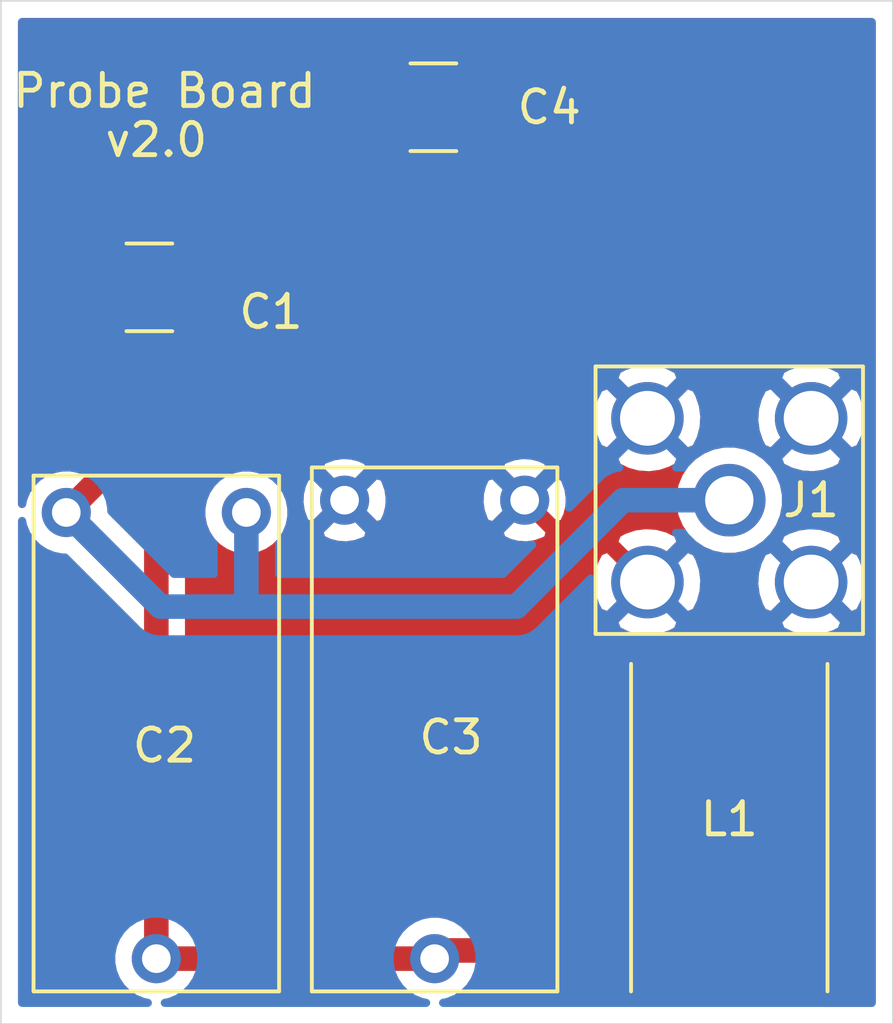
<source format=kicad_pcb>
(kicad_pcb (version 20171130) (host pcbnew "(5.1.7)-1")

  (general
    (thickness 1.6)
    (drawings 6)
    (tracks 18)
    (zones 0)
    (modules 6)
    (nets 4)
  )

  (page A4)
  (layers
    (0 F.Cu signal hide)
    (31 B.Cu signal hide)
    (32 B.Adhes user)
    (33 F.Adhes user)
    (34 B.Paste user)
    (35 F.Paste user)
    (36 B.SilkS user)
    (37 F.SilkS user)
    (38 B.Mask user)
    (39 F.Mask user)
    (40 Dwgs.User user)
    (41 Cmts.User user)
    (42 Eco1.User user)
    (43 Eco2.User user)
    (44 Edge.Cuts user)
    (45 Margin user)
    (46 B.CrtYd user)
    (47 F.CrtYd user)
    (48 B.Fab user)
    (49 F.Fab user)
  )

  (setup
    (last_trace_width 0.762)
    (user_trace_width 0.762)
    (trace_clearance 0.2)
    (zone_clearance 0.508)
    (zone_45_only no)
    (trace_min 0.2)
    (via_size 0.8)
    (via_drill 0.4)
    (via_min_size 0.4)
    (via_min_drill 0.3)
    (uvia_size 0.3)
    (uvia_drill 0.1)
    (uvias_allowed no)
    (uvia_min_size 0.2)
    (uvia_min_drill 0.1)
    (edge_width 0.05)
    (segment_width 0.2)
    (pcb_text_width 0.3)
    (pcb_text_size 1.5 1.5)
    (mod_edge_width 0.12)
    (mod_text_size 1 1)
    (mod_text_width 0.15)
    (pad_size 1.524 1.524)
    (pad_drill 0.889)
    (pad_to_mask_clearance 0)
    (aux_axis_origin 0 0)
    (visible_elements 7FFFFFFF)
    (pcbplotparams
      (layerselection 0x010fc_ffffffff)
      (usegerberextensions false)
      (usegerberattributes true)
      (usegerberadvancedattributes true)
      (creategerberjobfile true)
      (excludeedgelayer true)
      (linewidth 0.100000)
      (plotframeref false)
      (viasonmask false)
      (mode 1)
      (useauxorigin false)
      (hpglpennumber 1)
      (hpglpenspeed 20)
      (hpglpendiameter 15.000000)
      (psnegative false)
      (psa4output false)
      (plotreference true)
      (plotvalue true)
      (plotinvisibletext false)
      (padsonsilk false)
      (subtractmaskfromsilk false)
      (outputformat 1)
      (mirror false)
      (drillshape 1)
      (scaleselection 1)
      (outputdirectory ""))
  )

  (net 0 "")
  (net 1 "Net-(C1-Pad2)")
  (net 2 "Net-(C1-Pad1)")
  (net 3 GND)

  (net_class Default "This is the default net class."
    (clearance 0.2)
    (trace_width 0.25)
    (via_dia 0.8)
    (via_drill 0.4)
    (uvia_dia 0.3)
    (uvia_drill 0.1)
    (add_net GND)
    (add_net "Net-(C1-Pad1)")
    (add_net "Net-(C1-Pad2)")
  )

  (module Capacitor_SMD:C_1210_3225Metric_Pad1.33x2.70mm_HandSolder (layer F.Cu) (tedit 5F68FEEF) (tstamp 5F944294)
    (at 153.7085 92.456 180)
    (descr "Capacitor SMD 1210 (3225 Metric), square (rectangular) end terminal, IPC_7351 nominal with elongated pad for handsoldering. (Body size source: IPC-SM-782 page 76, https://www.pcb-3d.com/wordpress/wp-content/uploads/ipc-sm-782a_amendment_1_and_2.pdf), generated with kicad-footprint-generator")
    (tags "capacitor handsolder")
    (path /5F91F270)
    (attr smd)
    (fp_text reference C1 (at -3.7715 -0.762) (layer F.SilkS)
      (effects (font (size 1 1) (thickness 0.15)))
    )
    (fp_text value C (at 0 2.3) (layer F.Fab)
      (effects (font (size 1 1) (thickness 0.15)))
    )
    (fp_line (start 2.48 1.6) (end -2.48 1.6) (layer F.CrtYd) (width 0.05))
    (fp_line (start 2.48 -1.6) (end 2.48 1.6) (layer F.CrtYd) (width 0.05))
    (fp_line (start -2.48 -1.6) (end 2.48 -1.6) (layer F.CrtYd) (width 0.05))
    (fp_line (start -2.48 1.6) (end -2.48 -1.6) (layer F.CrtYd) (width 0.05))
    (fp_line (start -0.711252 1.36) (end 0.711252 1.36) (layer F.SilkS) (width 0.12))
    (fp_line (start -0.711252 -1.36) (end 0.711252 -1.36) (layer F.SilkS) (width 0.12))
    (fp_line (start 1.6 1.25) (end -1.6 1.25) (layer F.Fab) (width 0.1))
    (fp_line (start 1.6 -1.25) (end 1.6 1.25) (layer F.Fab) (width 0.1))
    (fp_line (start -1.6 -1.25) (end 1.6 -1.25) (layer F.Fab) (width 0.1))
    (fp_line (start -1.6 1.25) (end -1.6 -1.25) (layer F.Fab) (width 0.1))
    (fp_text user %R (at 0 0) (layer F.Fab)
      (effects (font (size 0.8 0.8) (thickness 0.12)))
    )
    (pad 2 smd roundrect (at 1.5625 0 180) (size 1.325 2.7) (layers F.Cu F.Paste F.Mask) (roundrect_rratio 0.188679)
      (net 1 "Net-(C1-Pad2)"))
    (pad 1 smd roundrect (at -1.5625 0 180) (size 1.325 2.7) (layers F.Cu F.Paste F.Mask) (roundrect_rratio 0.188679)
      (net 2 "Net-(C1-Pad1)"))
    (model ${KISYS3DMOD}/Capacitor_SMD.3dshapes/C_1210_3225Metric.wrl
      (at (xyz 0 0 0))
      (scale (xyz 1 1 1))
      (rotate (xyz 0 0 0))
    )
  )

  (module C_Trim_5501:C_Trim_5501 (layer F.Cu) (tedit 5F944924) (tstamp 5F9442A3)
    (at 153.924 106.426)
    (path /5F88DBD1)
    (fp_text reference C2 (at 0.254 0.246) (layer F.SilkS)
      (effects (font (size 1 1) (thickness 0.15)))
    )
    (fp_text value C_Variable (at -0.254 3.81) (layer F.Fab)
      (effects (font (size 1 1) (thickness 0.15)))
    )
    (fp_line (start -4.064 -11.938) (end -4.064 8.128) (layer F.CrtYd) (width 0.12))
    (fp_line (start -4.064 8.128) (end 4.064 8.128) (layer F.CrtYd) (width 0.12))
    (fp_line (start 4.064 8.128) (end 4.064 -11.938) (layer F.CrtYd) (width 0.12))
    (fp_line (start 4.064 -11.938) (end -4.064 -11.938) (layer F.CrtYd) (width 0.12))
    (fp_line (start 3.81 -8.128) (end -3.81 -8.128) (layer F.SilkS) (width 0.12))
    (fp_line (start 3.81 7.874) (end 3.81 -8.128) (layer F.SilkS) (width 0.12))
    (fp_line (start -3.81 7.874) (end 3.81 7.874) (layer F.SilkS) (width 0.12))
    (fp_line (start -3.81 -8.128) (end -3.81 7.874) (layer F.SilkS) (width 0.12))
    (pad 1 thru_hole circle (at 0 6.858) (size 1.524 1.524) (drill 0.889) (layers *.Cu *.Mask)
      (net 2 "Net-(C1-Pad1)"))
    (pad 2 thru_hole circle (at -2.794 -6.985) (size 1.524 1.524) (drill 0.889) (layers *.Cu *.Mask)
      (net 1 "Net-(C1-Pad2)"))
    (pad 3 thru_hole circle (at 2.794 -6.985) (size 1.524 1.524) (drill 0.889) (layers *.Cu *.Mask)
      (net 1 "Net-(C1-Pad2)"))
  )

  (module C_Trim_AP55HV:C_Trim_AP55HV (layer F.Cu) (tedit 5F9448B8) (tstamp 5F9442B2)
    (at 162.56 106.172)
    (path /5F88D25D)
    (fp_text reference C3 (at 0.508 0.246) (layer F.SilkS)
      (effects (font (size 1 1) (thickness 0.15)))
    )
    (fp_text value C_Variable (at 0 4.064) (layer F.Fab)
      (effects (font (size 1 1) (thickness 0.15)))
    )
    (fp_line (start 4.064 8.382) (end -4.064 8.382) (layer F.CrtYd) (width 0.12))
    (fp_line (start 4.064 -17.272) (end 4.064 8.382) (layer F.CrtYd) (width 0.12))
    (fp_line (start -4.064 -17.272) (end 4.064 -17.272) (layer F.CrtYd) (width 0.12))
    (fp_line (start -4.064 8.382) (end -4.064 -17.272) (layer F.CrtYd) (width 0.12))
    (fp_line (start -3.81 8.128) (end -3.81 -8.128) (layer F.SilkS) (width 0.12))
    (fp_line (start 3.81 8.128) (end -3.81 8.128) (layer F.SilkS) (width 0.12))
    (fp_line (start 3.81 -8.128) (end 3.81 8.128) (layer F.SilkS) (width 0.12))
    (fp_line (start -3.81 -8.128) (end 3.81 -8.128) (layer F.SilkS) (width 0.12))
    (pad 2 thru_hole circle (at -2.794 -7.112) (size 1.524 1.524) (drill 0.889) (layers *.Cu *.Mask)
      (net 3 GND))
    (pad 1 thru_hole circle (at 0 7.112) (size 1.524 1.524) (drill 0.889) (layers *.Cu *.Mask)
      (net 2 "Net-(C1-Pad1)"))
    (pad 3 thru_hole circle (at 2.794 -7.112) (size 1.524 1.524) (drill 0.889) (layers *.Cu *.Mask)
      (net 3 GND))
  )

  (module Capacitor_SMD:C_1210_3225Metric_Pad1.33x2.70mm_HandSolder (layer F.Cu) (tedit 5F68FEEF) (tstamp 5F9442C3)
    (at 162.5215 86.868)
    (descr "Capacitor SMD 1210 (3225 Metric), square (rectangular) end terminal, IPC_7351 nominal with elongated pad for handsoldering. (Body size source: IPC-SM-782 page 76, https://www.pcb-3d.com/wordpress/wp-content/uploads/ipc-sm-782a_amendment_1_and_2.pdf), generated with kicad-footprint-generator")
    (tags "capacitor handsolder")
    (path /5F88B6DA)
    (attr smd)
    (fp_text reference C4 (at 3.5945 0) (layer F.SilkS)
      (effects (font (size 1 1) (thickness 0.15)))
    )
    (fp_text value C (at 0 2.3) (layer F.Fab)
      (effects (font (size 1 1) (thickness 0.15)))
    )
    (fp_line (start -1.6 1.25) (end -1.6 -1.25) (layer F.Fab) (width 0.1))
    (fp_line (start -1.6 -1.25) (end 1.6 -1.25) (layer F.Fab) (width 0.1))
    (fp_line (start 1.6 -1.25) (end 1.6 1.25) (layer F.Fab) (width 0.1))
    (fp_line (start 1.6 1.25) (end -1.6 1.25) (layer F.Fab) (width 0.1))
    (fp_line (start -0.711252 -1.36) (end 0.711252 -1.36) (layer F.SilkS) (width 0.12))
    (fp_line (start -0.711252 1.36) (end 0.711252 1.36) (layer F.SilkS) (width 0.12))
    (fp_line (start -2.48 1.6) (end -2.48 -1.6) (layer F.CrtYd) (width 0.05))
    (fp_line (start -2.48 -1.6) (end 2.48 -1.6) (layer F.CrtYd) (width 0.05))
    (fp_line (start 2.48 -1.6) (end 2.48 1.6) (layer F.CrtYd) (width 0.05))
    (fp_line (start 2.48 1.6) (end -2.48 1.6) (layer F.CrtYd) (width 0.05))
    (fp_text user %R (at 0 0) (layer F.Fab)
      (effects (font (size 0.8 0.8) (thickness 0.12)))
    )
    (pad 1 smd roundrect (at -1.5625 0) (size 1.325 2.7) (layers F.Cu F.Paste F.Mask) (roundrect_rratio 0.188679)
      (net 2 "Net-(C1-Pad1)"))
    (pad 2 smd roundrect (at 1.5625 0) (size 1.325 2.7) (layers F.Cu F.Paste F.Mask) (roundrect_rratio 0.188679)
      (net 3 GND))
    (model ${KISYS3DMOD}/Capacitor_SMD.3dshapes/C_1210_3225Metric.wrl
      (at (xyz 0 0 0))
      (scale (xyz 1 1 1))
      (rotate (xyz 0 0 0))
    )
  )

  (module Connector_Coaxial:SMA_Amphenol_132203-12_Horizontal (layer F.Cu) (tedit 5CF42CD6) (tstamp 5F9442F1)
    (at 171.704 99.06)
    (descr https://www.amphenolrf.com/media/downloads/1769/132203-12.pdf)
    (tags "SMA THT Female Jack Horizontal")
    (path /5F895230)
    (fp_text reference J1 (at 2.54 0 180) (layer F.SilkS)
      (effects (font (size 1 1) (thickness 0.15)))
    )
    (fp_text value Conn_Coaxial (at 0 -5.842) (layer F.Fab)
      (effects (font (size 1 1) (thickness 0.15)))
    )
    (fp_line (start -3.175 -18) (end 3.175 -18.706) (layer F.Fab) (width 0.1))
    (fp_line (start -4 -4) (end 4 -4) (layer F.Fab) (width 0.1))
    (fp_line (start -3.9 -5.07) (end -3.9 -4) (layer F.Fab) (width 0.1))
    (fp_line (start 3.9 -5.07) (end -3.9 -5.07) (layer F.Fab) (width 0.1))
    (fp_line (start 3.9 -4) (end 3.9 -5.07) (layer F.Fab) (width 0.1))
    (fp_line (start 3.175 -19.5) (end 3.175 -5.07) (layer F.Fab) (width 0.1))
    (fp_line (start -3.175 -19.5) (end -3.175 -5.07) (layer F.Fab) (width 0.1))
    (fp_line (start -3.175 -19.5) (end 3.175 -19.5) (layer F.Fab) (width 0.1))
    (fp_line (start -4.15 -4.15) (end 4.15 -4.15) (layer F.SilkS) (width 0.12))
    (fp_line (start -4.15 4.15) (end 4.15 4.15) (layer F.SilkS) (width 0.12))
    (fp_line (start 4.15 -4.15) (end 4.15 4.15) (layer F.SilkS) (width 0.12))
    (fp_line (start -4.15 -4.15) (end -4.15 4.15) (layer F.SilkS) (width 0.12))
    (fp_line (start 4 -4) (end 4 4) (layer F.Fab) (width 0.1))
    (fp_line (start -4 4) (end 4 4) (layer F.Fab) (width 0.1))
    (fp_line (start -4 -4) (end -4 4) (layer F.Fab) (width 0.1))
    (fp_line (start -4.5 -20) (end 4.5 -20) (layer F.CrtYd) (width 0.05))
    (fp_line (start -4.5 -20) (end -4.5 4.5) (layer F.CrtYd) (width 0.05))
    (fp_line (start 4.5 4.5) (end 4.5 -20) (layer F.CrtYd) (width 0.05))
    (fp_line (start 4.5 4.5) (end -4.5 4.5) (layer F.CrtYd) (width 0.05))
    (fp_line (start -3.175 -17.294) (end 3.175 -18) (layer F.Fab) (width 0.1))
    (fp_line (start -3.175 -16.588) (end 3.175 -17.294) (layer F.Fab) (width 0.1))
    (fp_line (start -3.175 -15.882) (end 3.175 -16.588) (layer F.Fab) (width 0.1))
    (fp_line (start -3.175 -15.176) (end 3.175 -15.882) (layer F.Fab) (width 0.1))
    (fp_line (start -3.175 -14.47) (end 3.175 -15.176) (layer F.Fab) (width 0.1))
    (fp_line (start -3.175 -13.764) (end 3.175 -14.47) (layer F.Fab) (width 0.1))
    (fp_line (start -3.175 -13.058) (end 3.175 -13.764) (layer F.Fab) (width 0.1))
    (fp_line (start -3.175 -12.352) (end 3.175 -13.058) (layer F.Fab) (width 0.1))
    (fp_line (start -3.175 -11.646) (end 3.175 -12.352) (layer F.Fab) (width 0.1))
    (fp_line (start -3.175 -10.94) (end 3.175 -11.646) (layer F.Fab) (width 0.1))
    (fp_line (start -3.175 -10.234) (end 3.175 -10.94) (layer F.Fab) (width 0.1))
    (fp_line (start -3.175 -9.528) (end 3.175 -10.234) (layer F.Fab) (width 0.1))
    (fp_line (start -3.175 -8.822) (end 3.175 -9.528) (layer F.Fab) (width 0.1))
    (fp_line (start -3.175 -8.116) (end 3.175 -8.822) (layer F.Fab) (width 0.1))
    (fp_line (start -3.175 -7.41) (end 3.175 -8.116) (layer F.Fab) (width 0.1))
    (fp_line (start -3.175 -6.704) (end 3.175 -7.41) (layer F.Fab) (width 0.1))
    (fp_line (start -3.175 -5.998) (end 3.175 -6.704) (layer F.Fab) (width 0.1))
    (fp_text user %R (at 0 0) (layer F.Fab)
      (effects (font (size 1 1) (thickness 0.15)))
    )
    (pad 2 thru_hole circle (at -2.54 2.54) (size 2.25 2.25) (drill 1.7) (layers *.Cu *.Mask)
      (net 3 GND))
    (pad 2 thru_hole circle (at -2.54 -2.54) (size 2.25 2.25) (drill 1.7) (layers *.Cu *.Mask)
      (net 3 GND))
    (pad 2 thru_hole circle (at 2.54 -2.54) (size 2.25 2.25) (drill 1.7) (layers *.Cu *.Mask)
      (net 3 GND))
    (pad 2 thru_hole circle (at 2.54 2.54 90) (size 2.25 2.25) (drill 1.7) (layers *.Cu *.Mask)
      (net 3 GND))
    (pad 1 thru_hole circle (at 0 0) (size 2.25 2.25) (drill 1.5) (layers *.Cu *.Mask)
      (net 1 "Net-(C1-Pad2)"))
    (model ${KISYS3DMOD}/Connector_Coaxial.3dshapes/SMA_Amphenol_132203-12_Horizontal.wrl
      (at (xyz 0 0 0))
      (scale (xyz 1 1 1))
      (rotate (xyz 0 0 0))
    )
  )

  (module L_Coil:L_Coil (layer F.Cu) (tedit 5F91D81B) (tstamp 5F9442FD)
    (at 171.704 112.014)
    (path /5F88A2B3)
    (fp_text reference L1 (at 0 -3.056) (layer F.SilkS)
      (effects (font (size 1 1) (thickness 0.15)))
    )
    (fp_text value L (at -0.254 -1.27) (layer F.Fab)
      (effects (font (size 1 1) (thickness 0.15)))
    )
    (fp_line (start 3.302 2.54) (end -3.302 2.54) (layer F.CrtYd) (width 0.12))
    (fp_line (start -3.302 2.54) (end -3.302 -8.128) (layer F.CrtYd) (width 0.12))
    (fp_line (start -3.302 -8.128) (end 3.302 -8.128) (layer F.CrtYd) (width 0.12))
    (fp_line (start 3.302 -8.128) (end 3.302 2.54) (layer F.CrtYd) (width 0.12))
    (fp_line (start 3.048 -7.874) (end 3.048 2.286) (layer F.SilkS) (width 0.12))
    (fp_line (start -3.048 -7.874) (end -3.048 2.286) (layer F.SilkS) (width 0.12))
    (pad 2 smd rect (at 0 -6.604) (size 5.08 2.286) (layers F.Cu F.Paste F.Mask)
      (net 3 GND))
    (pad 1 smd rect (at 0 1.016) (size 5.08 2.286) (layers F.Cu F.Paste F.Mask)
      (net 2 "Net-(C1-Pad1)"))
  )

  (gr_text v2.0 (at 153.924 87.884) (layer F.SilkS)
    (effects (font (size 1 1) (thickness 0.15)))
  )
  (gr_text "Probe Board" (at 154.178 86.36) (layer F.SilkS)
    (effects (font (size 1 1) (thickness 0.15)))
  )
  (gr_line (start 176.784 83.566) (end 149.098 83.566) (layer Edge.Cuts) (width 0.05))
  (gr_line (start 149.098 115.316) (end 149.098 83.566) (layer Edge.Cuts) (width 0.05))
  (gr_line (start 176.784 83.566) (end 176.784 115.316) (layer Edge.Cuts) (width 0.05))
  (gr_line (start 149.098 115.316) (end 176.784 115.316) (layer Edge.Cuts) (width 0.05))

  (segment (start 152.146 98.425) (end 151.13 99.441) (width 0.762) (layer F.Cu) (net 1))
  (segment (start 152.146 92.456) (end 152.146 98.425) (width 0.762) (layer F.Cu) (net 1))
  (segment (start 171.704 99.06) (end 168.402 99.06) (width 0.762) (layer B.Cu) (net 1))
  (segment (start 168.402 99.06) (end 165.1 102.362) (width 0.762) (layer B.Cu) (net 1))
  (segment (start 154.051 102.362) (end 151.13 99.441) (width 0.762) (layer B.Cu) (net 1))
  (segment (start 156.718 102.108) (end 156.464 102.362) (width 0.762) (layer B.Cu) (net 1))
  (segment (start 156.718 99.441) (end 156.718 102.108) (width 0.762) (layer B.Cu) (net 1))
  (segment (start 156.464 102.362) (end 154.051 102.362) (width 0.762) (layer B.Cu) (net 1))
  (segment (start 165.1 102.362) (end 156.464 102.362) (width 0.762) (layer B.Cu) (net 1))
  (segment (start 162.814 113.03) (end 162.56 113.284) (width 0.762) (layer F.Cu) (net 2))
  (segment (start 171.704 113.03) (end 162.814 113.03) (width 0.762) (layer F.Cu) (net 2))
  (segment (start 162.56 113.284) (end 153.924 113.284) (width 0.762) (layer F.Cu) (net 2))
  (segment (start 155.371 92.456) (end 155.271 92.456) (width 0.762) (layer F.Cu) (net 2))
  (segment (start 160.959 86.868) (end 155.371 92.456) (width 0.762) (layer F.Cu) (net 2))
  (segment (start 153.924 113.538) (end 153.924 113.284) (width 0.762) (layer B.Cu) (net 2))
  (segment (start 155.271 95.681) (end 155.271 92.456) (width 0.762) (layer F.Cu) (net 2))
  (segment (start 153.924 97.028) (end 155.271 95.681) (width 0.762) (layer F.Cu) (net 2))
  (segment (start 153.924 113.284) (end 153.924 97.028) (width 0.762) (layer F.Cu) (net 2))

  (zone (net 3) (net_name GND) (layer F.Cu) (tstamp 5F944B99) (hatch edge 0.508)
    (connect_pads (clearance 0.508))
    (min_thickness 0.254)
    (fill yes (arc_segments 32) (thermal_gap 0.508) (thermal_bridge_width 0.508))
    (polygon
      (pts
        (xy 176.53 115.062) (xy 149.352 115.062) (xy 149.352 83.82) (xy 176.53 83.82)
      )
    )
    (filled_polygon
      (pts
        (xy 176.124001 114.656) (xy 174.656418 114.656) (xy 174.695185 114.624185) (xy 174.774537 114.527494) (xy 174.833502 114.41718)
        (xy 174.869812 114.297482) (xy 174.882072 114.173) (xy 174.882072 111.887) (xy 174.869812 111.762518) (xy 174.833502 111.64282)
        (xy 174.774537 111.532506) (xy 174.695185 111.435815) (xy 174.598494 111.356463) (xy 174.48818 111.297498) (xy 174.368482 111.261188)
        (xy 174.244 111.248928) (xy 169.164 111.248928) (xy 169.039518 111.261188) (xy 168.91982 111.297498) (xy 168.809506 111.356463)
        (xy 168.712815 111.435815) (xy 168.633463 111.532506) (xy 168.574498 111.64282) (xy 168.538188 111.762518) (xy 168.525928 111.887)
        (xy 168.525928 112.014) (xy 163.144485 112.014) (xy 162.96749 111.940686) (xy 162.697592 111.887) (xy 162.422408 111.887)
        (xy 162.15251 111.940686) (xy 161.898273 112.045995) (xy 161.669465 112.19888) (xy 161.600345 112.268) (xy 154.94 112.268)
        (xy 154.94 106.553) (xy 168.525928 106.553) (xy 168.538188 106.677482) (xy 168.574498 106.79718) (xy 168.633463 106.907494)
        (xy 168.712815 107.004185) (xy 168.809506 107.083537) (xy 168.91982 107.142502) (xy 169.039518 107.178812) (xy 169.164 107.191072)
        (xy 171.41825 107.188) (xy 171.577 107.02925) (xy 171.577 105.537) (xy 171.831 105.537) (xy 171.831 107.02925)
        (xy 171.98975 107.188) (xy 174.244 107.191072) (xy 174.368482 107.178812) (xy 174.48818 107.142502) (xy 174.598494 107.083537)
        (xy 174.695185 107.004185) (xy 174.774537 106.907494) (xy 174.833502 106.79718) (xy 174.869812 106.677482) (xy 174.882072 106.553)
        (xy 174.879 105.69575) (xy 174.72025 105.537) (xy 171.831 105.537) (xy 171.577 105.537) (xy 168.68775 105.537)
        (xy 168.529 105.69575) (xy 168.525928 106.553) (xy 154.94 106.553) (xy 154.94 104.267) (xy 168.525928 104.267)
        (xy 168.529 105.12425) (xy 168.68775 105.283) (xy 171.577 105.283) (xy 171.577 103.79075) (xy 171.831 103.79075)
        (xy 171.831 105.283) (xy 174.72025 105.283) (xy 174.879 105.12425) (xy 174.882072 104.267) (xy 174.869812 104.142518)
        (xy 174.833502 104.02282) (xy 174.774537 103.912506) (xy 174.695185 103.815815) (xy 174.598494 103.736463) (xy 174.48818 103.677498)
        (xy 174.368482 103.641188) (xy 174.244 103.628928) (xy 171.98975 103.632) (xy 171.831 103.79075) (xy 171.577 103.79075)
        (xy 171.41825 103.632) (xy 169.164 103.628928) (xy 169.039518 103.641188) (xy 168.91982 103.677498) (xy 168.809506 103.736463)
        (xy 168.712815 103.815815) (xy 168.633463 103.912506) (xy 168.574498 104.02282) (xy 168.538188 104.142518) (xy 168.525928 104.267)
        (xy 154.94 104.267) (xy 154.94 102.824531) (xy 168.119074 102.824531) (xy 168.229921 103.101714) (xy 168.54084 103.255089)
        (xy 168.875705 103.34486) (xy 169.22165 103.367576) (xy 169.56538 103.322366) (xy 169.893685 103.210966) (xy 170.098079 103.101714)
        (xy 170.208926 102.824531) (xy 173.199074 102.824531) (xy 173.309921 103.101714) (xy 173.62084 103.255089) (xy 173.955705 103.34486)
        (xy 174.30165 103.367576) (xy 174.64538 103.322366) (xy 174.973685 103.210966) (xy 175.178079 103.101714) (xy 175.288926 102.824531)
        (xy 174.244 101.779605) (xy 173.199074 102.824531) (xy 170.208926 102.824531) (xy 169.164 101.779605) (xy 168.119074 102.824531)
        (xy 154.94 102.824531) (xy 154.94 101.65765) (xy 167.396424 101.65765) (xy 167.441634 102.00138) (xy 167.553034 102.329685)
        (xy 167.662286 102.534079) (xy 167.939469 102.644926) (xy 168.984395 101.6) (xy 169.343605 101.6) (xy 170.388531 102.644926)
        (xy 170.665714 102.534079) (xy 170.819089 102.22316) (xy 170.90886 101.888295) (xy 170.924004 101.65765) (xy 172.476424 101.65765)
        (xy 172.521634 102.00138) (xy 172.633034 102.329685) (xy 172.742286 102.534079) (xy 173.019469 102.644926) (xy 174.064395 101.6)
        (xy 174.423605 101.6) (xy 175.468531 102.644926) (xy 175.745714 102.534079) (xy 175.899089 102.22316) (xy 175.98886 101.888295)
        (xy 176.011576 101.54235) (xy 175.966366 101.19862) (xy 175.854966 100.870315) (xy 175.745714 100.665921) (xy 175.468531 100.555074)
        (xy 174.423605 101.6) (xy 174.064395 101.6) (xy 173.019469 100.555074) (xy 172.742286 100.665921) (xy 172.588911 100.97684)
        (xy 172.49914 101.311705) (xy 172.476424 101.65765) (xy 170.924004 101.65765) (xy 170.931576 101.54235) (xy 170.886366 101.19862)
        (xy 170.774966 100.870315) (xy 170.665714 100.665921) (xy 170.388531 100.555074) (xy 169.343605 101.6) (xy 168.984395 101.6)
        (xy 167.939469 100.555074) (xy 167.662286 100.665921) (xy 167.508911 100.97684) (xy 167.41914 101.311705) (xy 167.396424 101.65765)
        (xy 154.94 101.65765) (xy 154.94 99.303408) (xy 155.321 99.303408) (xy 155.321 99.578592) (xy 155.374686 99.84849)
        (xy 155.479995 100.102727) (xy 155.63288 100.331535) (xy 155.827465 100.52612) (xy 156.056273 100.679005) (xy 156.31051 100.784314)
        (xy 156.580408 100.838) (xy 156.855592 100.838) (xy 157.12549 100.784314) (xy 157.379727 100.679005) (xy 157.608535 100.52612)
        (xy 157.80312 100.331535) (xy 157.956005 100.102727) (xy 157.987966 100.025565) (xy 158.98004 100.025565) (xy 159.04702 100.265656)
        (xy 159.296048 100.382756) (xy 159.563135 100.449023) (xy 159.838017 100.46191) (xy 160.110133 100.420922) (xy 160.369023 100.327636)
        (xy 160.48498 100.265656) (xy 160.55196 100.025565) (xy 164.56804 100.025565) (xy 164.63502 100.265656) (xy 164.884048 100.382756)
        (xy 165.151135 100.449023) (xy 165.426017 100.46191) (xy 165.698133 100.420922) (xy 165.824275 100.375469) (xy 168.119074 100.375469)
        (xy 169.164 101.420395) (xy 170.208926 100.375469) (xy 170.098079 100.098286) (xy 169.78716 99.944911) (xy 169.452295 99.85514)
        (xy 169.10635 99.832424) (xy 168.76262 99.877634) (xy 168.434315 99.989034) (xy 168.229921 100.098286) (xy 168.119074 100.375469)
        (xy 165.824275 100.375469) (xy 165.957023 100.327636) (xy 166.07298 100.265656) (xy 166.13996 100.025565) (xy 165.354 99.239605)
        (xy 164.56804 100.025565) (xy 160.55196 100.025565) (xy 159.766 99.239605) (xy 158.98004 100.025565) (xy 157.987966 100.025565)
        (xy 158.061314 99.84849) (xy 158.115 99.578592) (xy 158.115 99.303408) (xy 158.080909 99.132017) (xy 158.36409 99.132017)
        (xy 158.405078 99.404133) (xy 158.498364 99.663023) (xy 158.560344 99.77898) (xy 158.800435 99.84596) (xy 159.586395 99.06)
        (xy 159.945605 99.06) (xy 160.731565 99.84596) (xy 160.971656 99.77898) (xy 161.088756 99.529952) (xy 161.155023 99.262865)
        (xy 161.161157 99.132017) (xy 163.95209 99.132017) (xy 163.993078 99.404133) (xy 164.086364 99.663023) (xy 164.148344 99.77898)
        (xy 164.388435 99.84596) (xy 165.174395 99.06) (xy 165.533605 99.06) (xy 166.319565 99.84596) (xy 166.559656 99.77898)
        (xy 166.676756 99.529952) (xy 166.743023 99.262865) (xy 166.75591 98.987983) (xy 166.740648 98.886655) (xy 169.944 98.886655)
        (xy 169.944 99.233345) (xy 170.011636 99.573373) (xy 170.144308 99.893673) (xy 170.336919 100.181935) (xy 170.582065 100.427081)
        (xy 170.870327 100.619692) (xy 171.190627 100.752364) (xy 171.530655 100.82) (xy 171.877345 100.82) (xy 172.217373 100.752364)
        (xy 172.537673 100.619692) (xy 172.825935 100.427081) (xy 172.877547 100.375469) (xy 173.199074 100.375469) (xy 174.244 101.420395)
        (xy 175.288926 100.375469) (xy 175.178079 100.098286) (xy 174.86716 99.944911) (xy 174.532295 99.85514) (xy 174.18635 99.832424)
        (xy 173.84262 99.877634) (xy 173.514315 99.989034) (xy 173.309921 100.098286) (xy 173.199074 100.375469) (xy 172.877547 100.375469)
        (xy 173.071081 100.181935) (xy 173.263692 99.893673) (xy 173.396364 99.573373) (xy 173.464 99.233345) (xy 173.464 98.886655)
        (xy 173.396364 98.546627) (xy 173.263692 98.226327) (xy 173.071081 97.938065) (xy 172.877547 97.744531) (xy 173.199074 97.744531)
        (xy 173.309921 98.021714) (xy 173.62084 98.175089) (xy 173.955705 98.26486) (xy 174.30165 98.287576) (xy 174.64538 98.242366)
        (xy 174.973685 98.130966) (xy 175.178079 98.021714) (xy 175.288926 97.744531) (xy 174.244 96.699605) (xy 173.199074 97.744531)
        (xy 172.877547 97.744531) (xy 172.825935 97.692919) (xy 172.537673 97.500308) (xy 172.217373 97.367636) (xy 171.877345 97.3)
        (xy 171.530655 97.3) (xy 171.190627 97.367636) (xy 170.870327 97.500308) (xy 170.582065 97.692919) (xy 170.336919 97.938065)
        (xy 170.144308 98.226327) (xy 170.011636 98.546627) (xy 169.944 98.886655) (xy 166.740648 98.886655) (xy 166.714922 98.715867)
        (xy 166.621636 98.456977) (xy 166.559656 98.34102) (xy 166.319565 98.27404) (xy 165.533605 99.06) (xy 165.174395 99.06)
        (xy 164.388435 98.27404) (xy 164.148344 98.34102) (xy 164.031244 98.590048) (xy 163.964977 98.857135) (xy 163.95209 99.132017)
        (xy 161.161157 99.132017) (xy 161.16791 98.987983) (xy 161.126922 98.715867) (xy 161.033636 98.456977) (xy 160.971656 98.34102)
        (xy 160.731565 98.27404) (xy 159.945605 99.06) (xy 159.586395 99.06) (xy 158.800435 98.27404) (xy 158.560344 98.34102)
        (xy 158.443244 98.590048) (xy 158.376977 98.857135) (xy 158.36409 99.132017) (xy 158.080909 99.132017) (xy 158.061314 99.03351)
        (xy 157.956005 98.779273) (xy 157.80312 98.550465) (xy 157.608535 98.35588) (xy 157.379727 98.202995) (xy 157.12549 98.097686)
        (xy 157.109147 98.094435) (xy 158.98004 98.094435) (xy 159.766 98.880395) (xy 160.55196 98.094435) (xy 164.56804 98.094435)
        (xy 165.354 98.880395) (xy 166.13996 98.094435) (xy 166.07298 97.854344) (xy 165.839449 97.744531) (xy 168.119074 97.744531)
        (xy 168.229921 98.021714) (xy 168.54084 98.175089) (xy 168.875705 98.26486) (xy 169.22165 98.287576) (xy 169.56538 98.242366)
        (xy 169.893685 98.130966) (xy 170.098079 98.021714) (xy 170.208926 97.744531) (xy 169.164 96.699605) (xy 168.119074 97.744531)
        (xy 165.839449 97.744531) (xy 165.823952 97.737244) (xy 165.556865 97.670977) (xy 165.281983 97.65809) (xy 165.009867 97.699078)
        (xy 164.750977 97.792364) (xy 164.63502 97.854344) (xy 164.56804 98.094435) (xy 160.55196 98.094435) (xy 160.48498 97.854344)
        (xy 160.235952 97.737244) (xy 159.968865 97.670977) (xy 159.693983 97.65809) (xy 159.421867 97.699078) (xy 159.162977 97.792364)
        (xy 159.04702 97.854344) (xy 158.98004 98.094435) (xy 157.109147 98.094435) (xy 156.855592 98.044) (xy 156.580408 98.044)
        (xy 156.31051 98.097686) (xy 156.056273 98.202995) (xy 155.827465 98.35588) (xy 155.63288 98.550465) (xy 155.479995 98.779273)
        (xy 155.374686 99.03351) (xy 155.321 99.303408) (xy 154.94 99.303408) (xy 154.94 97.44884) (xy 155.81119 96.57765)
        (xy 167.396424 96.57765) (xy 167.441634 96.92138) (xy 167.553034 97.249685) (xy 167.662286 97.454079) (xy 167.939469 97.564926)
        (xy 168.984395 96.52) (xy 169.343605 96.52) (xy 170.388531 97.564926) (xy 170.665714 97.454079) (xy 170.819089 97.14316)
        (xy 170.90886 96.808295) (xy 170.924004 96.57765) (xy 172.476424 96.57765) (xy 172.521634 96.92138) (xy 172.633034 97.249685)
        (xy 172.742286 97.454079) (xy 173.019469 97.564926) (xy 174.064395 96.52) (xy 174.423605 96.52) (xy 175.468531 97.564926)
        (xy 175.745714 97.454079) (xy 175.899089 97.14316) (xy 175.98886 96.808295) (xy 176.011576 96.46235) (xy 175.966366 96.11862)
        (xy 175.854966 95.790315) (xy 175.745714 95.585921) (xy 175.468531 95.475074) (xy 174.423605 96.52) (xy 174.064395 96.52)
        (xy 173.019469 95.475074) (xy 172.742286 95.585921) (xy 172.588911 95.89684) (xy 172.49914 96.231705) (xy 172.476424 96.57765)
        (xy 170.924004 96.57765) (xy 170.931576 96.46235) (xy 170.886366 96.11862) (xy 170.774966 95.790315) (xy 170.665714 95.585921)
        (xy 170.388531 95.475074) (xy 169.343605 96.52) (xy 168.984395 96.52) (xy 167.939469 95.475074) (xy 167.662286 95.585921)
        (xy 167.508911 95.89684) (xy 167.41914 96.231705) (xy 167.396424 96.57765) (xy 155.81119 96.57765) (xy 155.954133 96.434708)
        (xy 155.992896 96.402896) (xy 156.11986 96.24819) (xy 156.214202 96.071687) (xy 156.272298 95.880171) (xy 156.287 95.730902)
        (xy 156.287 95.730901) (xy 156.291915 95.681) (xy 156.287 95.631098) (xy 156.287 95.295469) (xy 168.119074 95.295469)
        (xy 169.164 96.340395) (xy 170.208926 95.295469) (xy 173.199074 95.295469) (xy 174.244 96.340395) (xy 175.288926 95.295469)
        (xy 175.178079 95.018286) (xy 174.86716 94.864911) (xy 174.532295 94.77514) (xy 174.18635 94.752424) (xy 173.84262 94.797634)
        (xy 173.514315 94.909034) (xy 173.309921 95.018286) (xy 173.199074 95.295469) (xy 170.208926 95.295469) (xy 170.098079 95.018286)
        (xy 169.78716 94.864911) (xy 169.452295 94.77514) (xy 169.10635 94.752424) (xy 168.76262 94.797634) (xy 168.434315 94.909034)
        (xy 168.229921 95.018286) (xy 168.119074 95.295469) (xy 156.287 95.295469) (xy 156.287 94.204037) (xy 156.311462 94.183962)
        (xy 156.421905 94.049387) (xy 156.503972 93.895851) (xy 156.554508 93.729255) (xy 156.571572 93.556001) (xy 156.571572 92.692268)
        (xy 160.420207 88.843633) (xy 160.546499 88.856072) (xy 161.371501 88.856072) (xy 161.544755 88.839008) (xy 161.711351 88.788472)
        (xy 161.864887 88.706405) (xy 161.999462 88.595962) (xy 162.109905 88.461387) (xy 162.191972 88.307851) (xy 162.219227 88.218)
        (xy 162.783428 88.218) (xy 162.795688 88.342482) (xy 162.831998 88.46218) (xy 162.890963 88.572494) (xy 162.970315 88.669185)
        (xy 163.067006 88.748537) (xy 163.17732 88.807502) (xy 163.297018 88.843812) (xy 163.4215 88.856072) (xy 163.79825 88.853)
        (xy 163.957 88.69425) (xy 163.957 86.995) (xy 164.211 86.995) (xy 164.211 88.69425) (xy 164.36975 88.853)
        (xy 164.7465 88.856072) (xy 164.870982 88.843812) (xy 164.99068 88.807502) (xy 165.100994 88.748537) (xy 165.197685 88.669185)
        (xy 165.277037 88.572494) (xy 165.336002 88.46218) (xy 165.372312 88.342482) (xy 165.384572 88.218) (xy 165.3815 87.15375)
        (xy 165.22275 86.995) (xy 164.211 86.995) (xy 163.957 86.995) (xy 162.94525 86.995) (xy 162.7865 87.15375)
        (xy 162.783428 88.218) (xy 162.219227 88.218) (xy 162.242508 88.141255) (xy 162.259572 87.968001) (xy 162.259572 85.767999)
        (xy 162.242508 85.594745) (xy 162.219228 85.518) (xy 162.783428 85.518) (xy 162.7865 86.58225) (xy 162.94525 86.741)
        (xy 163.957 86.741) (xy 163.957 85.04175) (xy 164.211 85.04175) (xy 164.211 86.741) (xy 165.22275 86.741)
        (xy 165.3815 86.58225) (xy 165.384572 85.518) (xy 165.372312 85.393518) (xy 165.336002 85.27382) (xy 165.277037 85.163506)
        (xy 165.197685 85.066815) (xy 165.100994 84.987463) (xy 164.99068 84.928498) (xy 164.870982 84.892188) (xy 164.7465 84.879928)
        (xy 164.36975 84.883) (xy 164.211 85.04175) (xy 163.957 85.04175) (xy 163.79825 84.883) (xy 163.4215 84.879928)
        (xy 163.297018 84.892188) (xy 163.17732 84.928498) (xy 163.067006 84.987463) (xy 162.970315 85.066815) (xy 162.890963 85.163506)
        (xy 162.831998 85.27382) (xy 162.795688 85.393518) (xy 162.783428 85.518) (xy 162.219228 85.518) (xy 162.191972 85.428149)
        (xy 162.109905 85.274613) (xy 161.999462 85.140038) (xy 161.864887 85.029595) (xy 161.711351 84.947528) (xy 161.544755 84.896992)
        (xy 161.371501 84.879928) (xy 160.546499 84.879928) (xy 160.373245 84.896992) (xy 160.206649 84.947528) (xy 160.053113 85.029595)
        (xy 159.918538 85.140038) (xy 159.808095 85.274613) (xy 159.726028 85.428149) (xy 159.675492 85.594745) (xy 159.658428 85.767999)
        (xy 159.658428 86.731731) (xy 155.8939 90.49626) (xy 155.856755 90.484992) (xy 155.683501 90.467928) (xy 154.858499 90.467928)
        (xy 154.685245 90.484992) (xy 154.518649 90.535528) (xy 154.365113 90.617595) (xy 154.230538 90.728038) (xy 154.120095 90.862613)
        (xy 154.038028 91.016149) (xy 153.987492 91.182745) (xy 153.970428 91.355999) (xy 153.970428 93.556001) (xy 153.987492 93.729255)
        (xy 154.038028 93.895851) (xy 154.120095 94.049387) (xy 154.230538 94.183962) (xy 154.255 94.204038) (xy 154.255 95.260159)
        (xy 153.240868 96.274292) (xy 153.202105 96.306104) (xy 153.162 96.354972) (xy 153.162 94.204037) (xy 153.186462 94.183962)
        (xy 153.296905 94.049387) (xy 153.378972 93.895851) (xy 153.429508 93.729255) (xy 153.446572 93.556001) (xy 153.446572 91.355999)
        (xy 153.429508 91.182745) (xy 153.378972 91.016149) (xy 153.296905 90.862613) (xy 153.186462 90.728038) (xy 153.051887 90.617595)
        (xy 152.898351 90.535528) (xy 152.731755 90.484992) (xy 152.558501 90.467928) (xy 151.733499 90.467928) (xy 151.560245 90.484992)
        (xy 151.393649 90.535528) (xy 151.240113 90.617595) (xy 151.105538 90.728038) (xy 150.995095 90.862613) (xy 150.913028 91.016149)
        (xy 150.862492 91.182745) (xy 150.845428 91.355999) (xy 150.845428 93.556001) (xy 150.862492 93.729255) (xy 150.913028 93.895851)
        (xy 150.995095 94.049387) (xy 151.105538 94.183962) (xy 151.13 94.204038) (xy 151.130001 98.004158) (xy 151.090159 98.044)
        (xy 150.992408 98.044) (xy 150.72251 98.097686) (xy 150.468273 98.202995) (xy 150.239465 98.35588) (xy 150.04488 98.550465)
        (xy 149.891995 98.779273) (xy 149.786686 99.03351) (xy 149.758 99.177724) (xy 149.758 84.226) (xy 176.124 84.226)
      )
    )
  )
  (zone (net 3) (net_name GND) (layer B.Cu) (tstamp 5F944B96) (hatch edge 0.508)
    (connect_pads (clearance 0.508))
    (min_thickness 0.254)
    (fill yes (arc_segments 32) (thermal_gap 0.508) (thermal_bridge_width 0.508))
    (polygon
      (pts
        (xy 176.53 115.062) (xy 149.352 115.062) (xy 149.352 83.82) (xy 176.53 83.82)
      )
    )
    (filled_polygon
      (pts
        (xy 176.124001 114.656) (xy 162.823276 114.656) (xy 162.96749 114.627314) (xy 163.221727 114.522005) (xy 163.450535 114.36912)
        (xy 163.64512 114.174535) (xy 163.798005 113.945727) (xy 163.903314 113.69149) (xy 163.957 113.421592) (xy 163.957 113.146408)
        (xy 163.903314 112.87651) (xy 163.798005 112.622273) (xy 163.64512 112.393465) (xy 163.450535 112.19888) (xy 163.221727 112.045995)
        (xy 162.96749 111.940686) (xy 162.697592 111.887) (xy 162.422408 111.887) (xy 162.15251 111.940686) (xy 161.898273 112.045995)
        (xy 161.669465 112.19888) (xy 161.47488 112.393465) (xy 161.321995 112.622273) (xy 161.216686 112.87651) (xy 161.163 113.146408)
        (xy 161.163 113.421592) (xy 161.216686 113.69149) (xy 161.321995 113.945727) (xy 161.47488 114.174535) (xy 161.669465 114.36912)
        (xy 161.898273 114.522005) (xy 162.15251 114.627314) (xy 162.296724 114.656) (xy 154.187276 114.656) (xy 154.33149 114.627314)
        (xy 154.585727 114.522005) (xy 154.814535 114.36912) (xy 155.00912 114.174535) (xy 155.162005 113.945727) (xy 155.267314 113.69149)
        (xy 155.321 113.421592) (xy 155.321 113.146408) (xy 155.267314 112.87651) (xy 155.162005 112.622273) (xy 155.00912 112.393465)
        (xy 154.814535 112.19888) (xy 154.585727 112.045995) (xy 154.33149 111.940686) (xy 154.061592 111.887) (xy 153.786408 111.887)
        (xy 153.51651 111.940686) (xy 153.262273 112.045995) (xy 153.033465 112.19888) (xy 152.83888 112.393465) (xy 152.685995 112.622273)
        (xy 152.580686 112.87651) (xy 152.527 113.146408) (xy 152.527 113.421592) (xy 152.580686 113.69149) (xy 152.685995 113.945727)
        (xy 152.83888 114.174535) (xy 153.033465 114.36912) (xy 153.262273 114.522005) (xy 153.51651 114.627314) (xy 153.660724 114.656)
        (xy 149.758 114.656) (xy 149.758 99.704276) (xy 149.786686 99.84849) (xy 149.891995 100.102727) (xy 150.04488 100.331535)
        (xy 150.239465 100.52612) (xy 150.468273 100.679005) (xy 150.72251 100.784314) (xy 150.992408 100.838) (xy 151.09016 100.838)
        (xy 153.297292 103.045133) (xy 153.329104 103.083896) (xy 153.48381 103.21086) (xy 153.660311 103.305201) (xy 153.660313 103.305202)
        (xy 153.851829 103.363298) (xy 154.051 103.382915) (xy 154.100902 103.378) (xy 156.414098 103.378) (xy 156.464 103.382915)
        (xy 156.513902 103.378) (xy 165.050098 103.378) (xy 165.1 103.382915) (xy 165.149902 103.378) (xy 165.299171 103.363298)
        (xy 165.490687 103.305202) (xy 165.66719 103.21086) (xy 165.821896 103.083896) (xy 165.853712 103.045128) (xy 166.074309 102.824531)
        (xy 168.119074 102.824531) (xy 168.229921 103.101714) (xy 168.54084 103.255089) (xy 168.875705 103.34486) (xy 169.22165 103.367576)
        (xy 169.56538 103.322366) (xy 169.893685 103.210966) (xy 170.098079 103.101714) (xy 170.208926 102.824531) (xy 173.199074 102.824531)
        (xy 173.309921 103.101714) (xy 173.62084 103.255089) (xy 173.955705 103.34486) (xy 174.30165 103.367576) (xy 174.64538 103.322366)
        (xy 174.973685 103.210966) (xy 175.178079 103.101714) (xy 175.288926 102.824531) (xy 174.244 101.779605) (xy 173.199074 102.824531)
        (xy 170.208926 102.824531) (xy 169.164 101.779605) (xy 168.119074 102.824531) (xy 166.074309 102.824531) (xy 167.407334 101.491507)
        (xy 167.396424 101.65765) (xy 167.441634 102.00138) (xy 167.553034 102.329685) (xy 167.662286 102.534079) (xy 167.939469 102.644926)
        (xy 168.984395 101.6) (xy 169.343605 101.6) (xy 170.388531 102.644926) (xy 170.665714 102.534079) (xy 170.819089 102.22316)
        (xy 170.90886 101.888295) (xy 170.924004 101.65765) (xy 172.476424 101.65765) (xy 172.521634 102.00138) (xy 172.633034 102.329685)
        (xy 172.742286 102.534079) (xy 173.019469 102.644926) (xy 174.064395 101.6) (xy 174.423605 101.6) (xy 175.468531 102.644926)
        (xy 175.745714 102.534079) (xy 175.899089 102.22316) (xy 175.98886 101.888295) (xy 176.011576 101.54235) (xy 175.966366 101.19862)
        (xy 175.854966 100.870315) (xy 175.745714 100.665921) (xy 175.468531 100.555074) (xy 174.423605 101.6) (xy 174.064395 101.6)
        (xy 173.019469 100.555074) (xy 172.742286 100.665921) (xy 172.588911 100.97684) (xy 172.49914 101.311705) (xy 172.476424 101.65765)
        (xy 170.924004 101.65765) (xy 170.931576 101.54235) (xy 170.886366 101.19862) (xy 170.774966 100.870315) (xy 170.665714 100.665921)
        (xy 170.388531 100.555074) (xy 169.343605 101.6) (xy 168.984395 101.6) (xy 168.970253 101.585858) (xy 169.149858 101.406253)
        (xy 169.164 101.420395) (xy 170.208926 100.375469) (xy 170.098079 100.098286) (xy 170.052901 100.076) (xy 170.266135 100.076)
        (xy 170.336919 100.181935) (xy 170.582065 100.427081) (xy 170.870327 100.619692) (xy 171.190627 100.752364) (xy 171.530655 100.82)
        (xy 171.877345 100.82) (xy 172.217373 100.752364) (xy 172.537673 100.619692) (xy 172.825935 100.427081) (xy 172.877547 100.375469)
        (xy 173.199074 100.375469) (xy 174.244 101.420395) (xy 175.288926 100.375469) (xy 175.178079 100.098286) (xy 174.86716 99.944911)
        (xy 174.532295 99.85514) (xy 174.18635 99.832424) (xy 173.84262 99.877634) (xy 173.514315 99.989034) (xy 173.309921 100.098286)
        (xy 173.199074 100.375469) (xy 172.877547 100.375469) (xy 173.071081 100.181935) (xy 173.263692 99.893673) (xy 173.396364 99.573373)
        (xy 173.464 99.233345) (xy 173.464 98.886655) (xy 173.396364 98.546627) (xy 173.263692 98.226327) (xy 173.071081 97.938065)
        (xy 172.877547 97.744531) (xy 173.199074 97.744531) (xy 173.309921 98.021714) (xy 173.62084 98.175089) (xy 173.955705 98.26486)
        (xy 174.30165 98.287576) (xy 174.64538 98.242366) (xy 174.973685 98.130966) (xy 175.178079 98.021714) (xy 175.288926 97.744531)
        (xy 174.244 96.699605) (xy 173.199074 97.744531) (xy 172.877547 97.744531) (xy 172.825935 97.692919) (xy 172.537673 97.500308)
        (xy 172.217373 97.367636) (xy 171.877345 97.3) (xy 171.530655 97.3) (xy 171.190627 97.367636) (xy 170.870327 97.500308)
        (xy 170.582065 97.692919) (xy 170.336919 97.938065) (xy 170.266135 98.044) (xy 170.056385 98.044) (xy 170.098079 98.021714)
        (xy 170.208926 97.744531) (xy 169.164 96.699605) (xy 168.119074 97.744531) (xy 168.229921 98.021714) (xy 168.287914 98.050322)
        (xy 168.202829 98.058702) (xy 168.011313 98.116798) (xy 167.83481 98.21114) (xy 167.680104 98.338104) (xy 167.648292 98.376867)
        (xy 166.736664 99.288495) (xy 166.743023 99.262865) (xy 166.75591 98.987983) (xy 166.714922 98.715867) (xy 166.621636 98.456977)
        (xy 166.559656 98.34102) (xy 166.319565 98.27404) (xy 165.533605 99.06) (xy 165.547748 99.074143) (xy 165.368143 99.253748)
        (xy 165.354 99.239605) (xy 164.56804 100.025565) (xy 164.63502 100.265656) (xy 164.884048 100.382756) (xy 165.151135 100.449023)
        (xy 165.426017 100.46191) (xy 165.587586 100.437573) (xy 164.67916 101.346) (xy 157.734 101.346) (xy 157.734 100.400655)
        (xy 157.80312 100.331535) (xy 157.956005 100.102727) (xy 157.987966 100.025565) (xy 158.98004 100.025565) (xy 159.04702 100.265656)
        (xy 159.296048 100.382756) (xy 159.563135 100.449023) (xy 159.838017 100.46191) (xy 160.110133 100.420922) (xy 160.369023 100.327636)
        (xy 160.48498 100.265656) (xy 160.55196 100.025565) (xy 159.766 99.239605) (xy 158.98004 100.025565) (xy 157.987966 100.025565)
        (xy 158.061314 99.84849) (xy 158.115 99.578592) (xy 158.115 99.303408) (xy 158.080909 99.132017) (xy 158.36409 99.132017)
        (xy 158.405078 99.404133) (xy 158.498364 99.663023) (xy 158.560344 99.77898) (xy 158.800435 99.84596) (xy 159.586395 99.06)
        (xy 159.945605 99.06) (xy 160.731565 99.84596) (xy 160.971656 99.77898) (xy 161.088756 99.529952) (xy 161.155023 99.262865)
        (xy 161.161157 99.132017) (xy 163.95209 99.132017) (xy 163.993078 99.404133) (xy 164.086364 99.663023) (xy 164.148344 99.77898)
        (xy 164.388435 99.84596) (xy 165.174395 99.06) (xy 164.388435 98.27404) (xy 164.148344 98.34102) (xy 164.031244 98.590048)
        (xy 163.964977 98.857135) (xy 163.95209 99.132017) (xy 161.161157 99.132017) (xy 161.16791 98.987983) (xy 161.126922 98.715867)
        (xy 161.033636 98.456977) (xy 160.971656 98.34102) (xy 160.731565 98.27404) (xy 159.945605 99.06) (xy 159.586395 99.06)
        (xy 158.800435 98.27404) (xy 158.560344 98.34102) (xy 158.443244 98.590048) (xy 158.376977 98.857135) (xy 158.36409 99.132017)
        (xy 158.080909 99.132017) (xy 158.061314 99.03351) (xy 157.956005 98.779273) (xy 157.80312 98.550465) (xy 157.608535 98.35588)
        (xy 157.379727 98.202995) (xy 157.12549 98.097686) (xy 157.109147 98.094435) (xy 158.98004 98.094435) (xy 159.766 98.880395)
        (xy 160.55196 98.094435) (xy 164.56804 98.094435) (xy 165.354 98.880395) (xy 166.13996 98.094435) (xy 166.07298 97.854344)
        (xy 165.823952 97.737244) (xy 165.556865 97.670977) (xy 165.281983 97.65809) (xy 165.009867 97.699078) (xy 164.750977 97.792364)
        (xy 164.63502 97.854344) (xy 164.56804 98.094435) (xy 160.55196 98.094435) (xy 160.48498 97.854344) (xy 160.235952 97.737244)
        (xy 159.968865 97.670977) (xy 159.693983 97.65809) (xy 159.421867 97.699078) (xy 159.162977 97.792364) (xy 159.04702 97.854344)
        (xy 158.98004 98.094435) (xy 157.109147 98.094435) (xy 156.855592 98.044) (xy 156.580408 98.044) (xy 156.31051 98.097686)
        (xy 156.056273 98.202995) (xy 155.827465 98.35588) (xy 155.63288 98.550465) (xy 155.479995 98.779273) (xy 155.374686 99.03351)
        (xy 155.321 99.303408) (xy 155.321 99.578592) (xy 155.374686 99.84849) (xy 155.479995 100.102727) (xy 155.63288 100.331535)
        (xy 155.702 100.400655) (xy 155.702001 101.346) (xy 154.471841 101.346) (xy 152.527 99.40116) (xy 152.527 99.303408)
        (xy 152.473314 99.03351) (xy 152.368005 98.779273) (xy 152.21512 98.550465) (xy 152.020535 98.35588) (xy 151.791727 98.202995)
        (xy 151.53749 98.097686) (xy 151.267592 98.044) (xy 150.992408 98.044) (xy 150.72251 98.097686) (xy 150.468273 98.202995)
        (xy 150.239465 98.35588) (xy 150.04488 98.550465) (xy 149.891995 98.779273) (xy 149.786686 99.03351) (xy 149.758 99.177724)
        (xy 149.758 96.57765) (xy 167.396424 96.57765) (xy 167.441634 96.92138) (xy 167.553034 97.249685) (xy 167.662286 97.454079)
        (xy 167.939469 97.564926) (xy 168.984395 96.52) (xy 169.343605 96.52) (xy 170.388531 97.564926) (xy 170.665714 97.454079)
        (xy 170.819089 97.14316) (xy 170.90886 96.808295) (xy 170.924004 96.57765) (xy 172.476424 96.57765) (xy 172.521634 96.92138)
        (xy 172.633034 97.249685) (xy 172.742286 97.454079) (xy 173.019469 97.564926) (xy 174.064395 96.52) (xy 174.423605 96.52)
        (xy 175.468531 97.564926) (xy 175.745714 97.454079) (xy 175.899089 97.14316) (xy 175.98886 96.808295) (xy 176.011576 96.46235)
        (xy 175.966366 96.11862) (xy 175.854966 95.790315) (xy 175.745714 95.585921) (xy 175.468531 95.475074) (xy 174.423605 96.52)
        (xy 174.064395 96.52) (xy 173.019469 95.475074) (xy 172.742286 95.585921) (xy 172.588911 95.89684) (xy 172.49914 96.231705)
        (xy 172.476424 96.57765) (xy 170.924004 96.57765) (xy 170.931576 96.46235) (xy 170.886366 96.11862) (xy 170.774966 95.790315)
        (xy 170.665714 95.585921) (xy 170.388531 95.475074) (xy 169.343605 96.52) (xy 168.984395 96.52) (xy 167.939469 95.475074)
        (xy 167.662286 95.585921) (xy 167.508911 95.89684) (xy 167.41914 96.231705) (xy 167.396424 96.57765) (xy 149.758 96.57765)
        (xy 149.758 95.295469) (xy 168.119074 95.295469) (xy 169.164 96.340395) (xy 170.208926 95.295469) (xy 173.199074 95.295469)
        (xy 174.244 96.340395) (xy 175.288926 95.295469) (xy 175.178079 95.018286) (xy 174.86716 94.864911) (xy 174.532295 94.77514)
        (xy 174.18635 94.752424) (xy 173.84262 94.797634) (xy 173.514315 94.909034) (xy 173.309921 95.018286) (xy 173.199074 95.295469)
        (xy 170.208926 95.295469) (xy 170.098079 95.018286) (xy 169.78716 94.864911) (xy 169.452295 94.77514) (xy 169.10635 94.752424)
        (xy 168.76262 94.797634) (xy 168.434315 94.909034) (xy 168.229921 95.018286) (xy 168.119074 95.295469) (xy 149.758 95.295469)
        (xy 149.758 84.226) (xy 176.124 84.226)
      )
    )
  )
)

</source>
